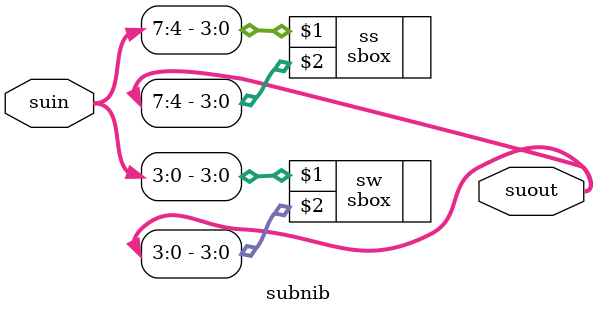
<source format=v>
module subnib(suin,suout);
input [7:0]suin;
output [7:0]suout;
sbox ss(suin[7:4],suout[7:4]);
sbox sw(suin[3:0],suout[3:0]);
endmodule
</source>
